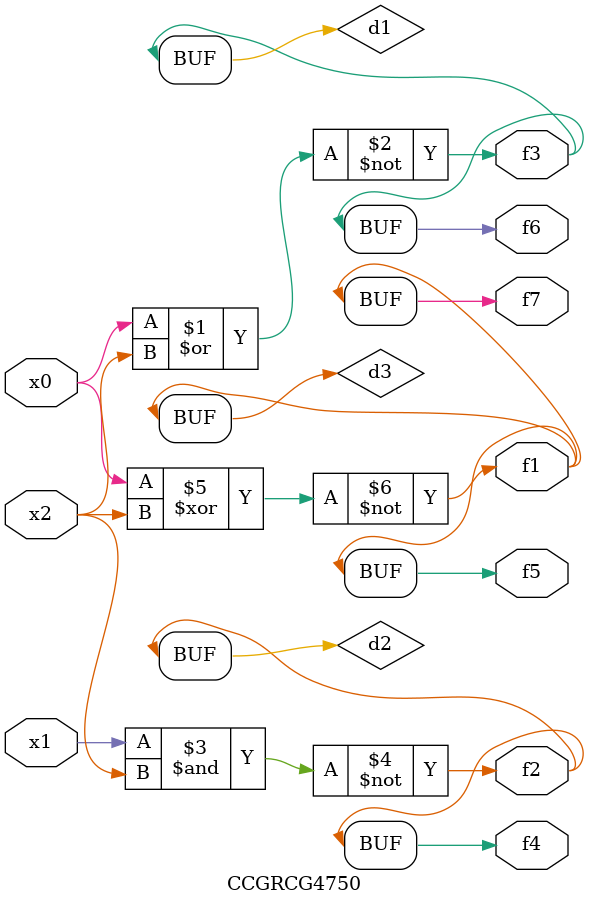
<source format=v>
module CCGRCG4750(
	input x0, x1, x2,
	output f1, f2, f3, f4, f5, f6, f7
);

	wire d1, d2, d3;

	nor (d1, x0, x2);
	nand (d2, x1, x2);
	xnor (d3, x0, x2);
	assign f1 = d3;
	assign f2 = d2;
	assign f3 = d1;
	assign f4 = d2;
	assign f5 = d3;
	assign f6 = d1;
	assign f7 = d3;
endmodule

</source>
